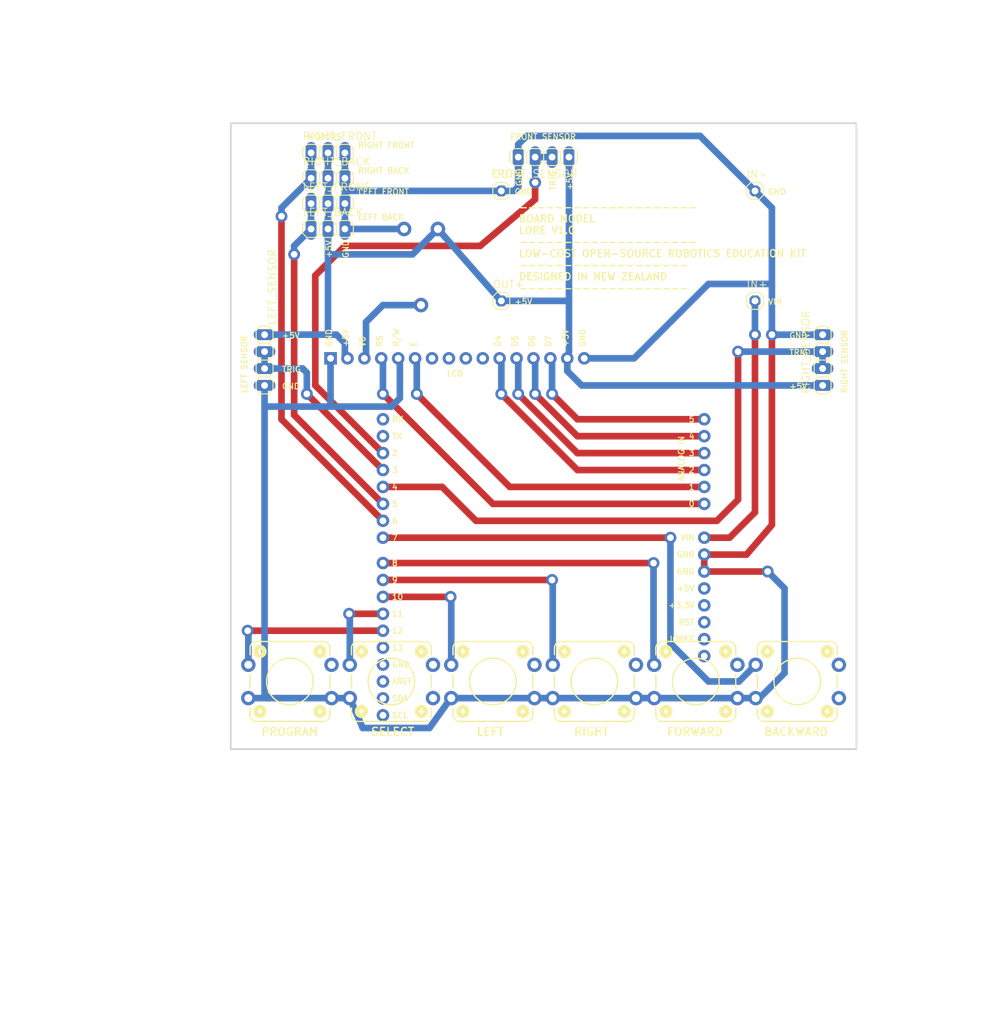
<source format=kicad_pcb>
(kicad_pcb (version 20211014) (generator pcbnew)
  (layers (0 "F.Cu" signal) (31 "B.Cu" signal) (34 "B.Paste" user) (35 "F.Paste" user) (36 "B.SilkS" user "B.Silkscreen") (37 "F.SilkS" user "F.Silkscreen") (38 "B.Mask" user) (39 "F.Mask" user) (44 "Edge.Cuts" user))
  (net 0 "")
  (net 1 "5V")
  (net 2 "PROGRAM")
  (net 3 "SELECT")
  (net 4 "LEFT")
  (net 5 "RIGHT")
  (net 6 "FORWARD")
  (net 7 "BACKWARD")
  (net 8 "VCC")
  (net 9 "RS")
  (net 10 "E")
  (net 11 "D5")
  (net 12 "D4")
  (net 13 "D6")
  (net 14 "D7")
  (net 15 "LEFT_MOTORS")
  (net 16 "LEFT_SENSOR")
  (net 17 "RIGHT_SENSOR")
  (net 18 "FRONT_SENSOR")
  (net 19 "RIGHT_MOTORS")
  (net 20 "N$12")
  (net 21 "GND")
  (net 22 "N$6")
  (footprint "LORE:1X04" (layer "F.Cu") (at 106.5911 93.5736 -90)
    (fp_text reference "LEFT_SENSOR" (at -5.1562 -1.8288 -90) (layer "F.SilkS") (effects (font (size 1.143 1.143) (thickness 0.127)) (justify left bottom)))
    (fp_text value "")
    (pad "1" thru_hole oval (at -3.81 0) (size 3.2512 1.6256) (drill 1.016) (layers *.Cu *.Mask) (net 1 "5V"))
    (pad "2" thru_hole oval (at -1.27 0) (size 3.2512 1.6256) (drill 1.016) (layers *.Cu *.Mask) (net 16 "LEFT_SENSOR"))
    (pad "3" thru_hole oval (at 1.27 0) (size 3.2512 1.6256) (drill 1.016) (layers *.Cu *.Mask) (net 16 "LEFT_SENSOR"))
    (pad "4" thru_hole oval (at 3.81 0) (size 3.2512 1.6256) (drill 1.016) (layers *.Cu *.Mask) (net 21 "GND"))
  )
  (footprint "LORE:UNO_R3_SHIELD" (layer "F.Cu") (at 121.8311 157.0736)
    (fp_text reference "U$1" hide)
    (fp_text value "ARDUINO_R3_SHIELD" hide)
    (fp_text user "9" (at 3.81 -29.972) (layer "F.SilkS") (effects (font (size 0.8636 0.8636) (thickness 0.1524)) (justify left bottom)))
    (fp_text user "SCL" (at 3.81 -9.652) (layer "F.SilkS") (effects (font (size 0.8636 0.8636) (thickness 0.1524)) (justify left bottom)))
    (fp_text user "10" (at 3.81 -27.432) (layer "F.SilkS") (effects (font (size 0.8636 0.8636) (thickness 0.1524)) (justify left bottom)))
    (fp_text user "4" (at 3.81 -43.942) (layer "F.SilkS") (effects (font (size 0.8636 0.8636) (thickness 0.1524)) (justify left bottom)))
    (fp_text user "IOREF" (at 49.4157 -22.098) (layer "F.SilkS") (effects (font (size 0.8636 0.8636) (thickness 0.1524)) (justify right top)))
    (fp_text user "13" (at 3.81 -19.812) (layer "F.SilkS") (effects (font (size 0.8636 0.8636) (thickness 0.1524)) (justify left bottom)))
    (fp_text user "6" (at 3.81 -38.862) (layer "F.SilkS") (effects (font (size 0.8636 0.8636) (thickness 0.1524)) (justify left bottom)))
    (fp_text user "2" (at 3.81 -49.022) (layer "F.SilkS") (effects (font (size 0.8636 0.8636) (thickness 0.1524)) (justify left bottom)))
    (fp_text user "GND" (at 49.4157 -34.798) (layer "F.SilkS") (effects (font (size 0.8636 0.8636) (thickness 0.1524)) (justify right top)))
    (fp_text user "VIN" (at 49.4157 -37.338) (layer "F.SilkS") (effects (font (size 0.8636 0.8636) (thickness 0.1524)) (justify right top)))
    (fp_text user "11" (at 3.81 -24.892) (layer "F.SilkS") (effects (font (size 0.8636 0.8636) (thickness 0.1524)) (justify left bottom)))
    (fp_text user "3" (at 49.4157 -50.038) (layer "F.SilkS") (effects (font (size 0.8636 0.8636) (thickness 0.1524)) (justify right top)))
    (fp_text user "3" (at 3.81 -46.482) (layer "F.SilkS") (effects (font (size 0.8636 0.8636) (thickness 0.1524)) (justify left bottom)))
    (fp_text user "SDA" (at 3.81 -12.192) (layer "F.SilkS") (effects (font (size 0.8636 0.8636) (thickness 0.1524)) (justify left bottom)))
    (fp_text user "0" (at 49.4157 -42.418) (layer "F.SilkS") (effects (font (size 0.8636 0.8636) (thickness 0.1524)) (justify right top)))
    (fp_text user "+3.3V" (at 49.4157 -27.178) (layer "F.SilkS") (effects (font (size 0.8636 0.8636) (thickness 0.1524)) (justify right top)))
    (fp_text user "AREF" (at 3.81 -14.732) (layer "F.SilkS") (effects (font (size 0.8636 0.8636) (thickness 0.1524)) (justify left bottom)))
    (fp_text user "RST" (at 49.4157 -24.638) (layer "F.SilkS") (effects (font (size 0.8636 0.8636) (thickness 0.1524)) (justify right top)))
    (fp_text user "+5V" (at 49.4157 -29.718) (layer "F.SilkS") (effects (font (size 0.8636 0.8636) (thickness 0.1524)) (justify right top)))
    (fp_text user "GND" (at 49.4157 -32.258) (layer "F.SilkS") (effects (font (size 0.8636 0.8636) (thickness 0.1524)) (justify right top)))
    (fp_text user "5" (at 49.4157 -55.118) (layer "F.SilkS") (effects (font (size 0.8636 0.8636) (thickness 0.1524)) (justify right top)))
    (fp_text user "8" (at 3.81 -32.512) (layer "F.SilkS") (effects (font (size 0.8636 0.8636) (thickness 0.1524)) (justify left bottom)))
    (fp_text user "1" (at 49.4157 -44.958) (layer "F.SilkS") (effects (font (size 0.8636 0.8636) (thickness 0.1524)) (justify right top)))
    (fp_text user "2" (at 49.4157 -47.498) (layer "F.SilkS") (effects (font (size 0.8636 0.8636) (thickness 0.1524)) (justify right top)))
    (fp_text user "7" (at 3.81 -36.322) (layer "F.SilkS") (effects (font (size 0.8636 0.8636) (thickness 0.1524)) (justify left bottom)))
    (fp_text user "12" (at 3.81 -22.352) (layer "F.SilkS") (effects (font (size 0.8636 0.8636) (thickness 0.1524)) (justify left bottom)))
    (fp_text user "4" (at 49.4157 -52.578) (layer "F.SilkS") (effects (font (size 0.8636 0.8636) (thickness 0.1524)) (justify right top)))
    (fp_text user "TX" (at 3.81 -51.562) (layer "F.SilkS") (effects (font (size 0.8636 0.8636) (thickness 0.1524)) (justify left bottom)))
    (fp_text user "ANALOG IN" (at 46.8757 -52.197 90) (layer "F.SilkS") (effects (font (size 0.8636 0.8636) (thickness 0.1524)) (justify right top)))
    (fp_text user "RX" (at 3.81 -54.102) (layer "F.SilkS") (effects (font (size 0.8636 0.8636) (thickness 0.1524)) (justify left bottom)))
    (fp_text user "GND" (at 3.81 -17.272) (layer "F.SilkS") (effects (font (size 0.8636 0.8636) (thickness 0.1524)) (justify left bottom)))
    (fp_text user "5" (at 3.81 -41.402) (layer "F.SilkS") (effects (font (size 0.8636 0.8636) (thickness 0.1524)) (justify left bottom)))
    (pad "3.3V" thru_hole circle (at 50.8 -26.67 90) (size 1.8796 1.8796) (drill 1.016) (layers *.Cu *.Mask))
    (pad "5V" thru_hole circle (at 50.8 -29.21 90) (size 1.8796 1.8796) (drill 1.016) (layers *.Cu *.Mask))
    (pad "A0" thru_hole circle (at 50.8 -41.91 90) (size 1.8796 1.8796) (drill 1.016) (layers *.Cu *.Mask) (net 9 "RS"))
    (pad "A1" thru_hole circle (at 50.8 -44.45 90) (size 1.8796 1.8796) (drill 1.016) (layers *.Cu *.Mask) (net 10 "E"))
    (pad "A2" thru_hole circle (at 50.8 -46.99 90) (size 1.8796 1.8796) (drill 1.016) (layers *.Cu *.Mask) (net 12 "D4"))
    (pad "A3" thru_hole circle (at 50.8 -49.53 90) (size 1.8796 1.8796) (drill 1.016) (layers *.Cu *.Mask) (net 11 "D5"))
    (pad "A4" thru_hole circle (at 50.8 -52.07 90) (size 1.8796 1.8796) (drill 1.016) (layers *.Cu *.Mask) (net 13 "D6"))
    (pad "A5" thru_hole circle (at 50.8 -54.61 90) (size 1.8796 1.8796) (drill 1.016) (layers *.Cu *.Mask) (net 14 "D7"))
    (pad "AREF" thru_hole circle (at 2.54 -15.24 90) (size 1.8796 1.8796) (drill 1.016) (layers *.Cu *.Mask))
    (pad "D2" thru_hole circle (at 2.54 -49.53 90) (size 1.8796 1.8796) (drill 1.016) (layers *.Cu *.Mask) (net 18 "FRONT_SENSOR"))
    (pad "D3" thru_hole circle (at 2.54 -46.99 90) (size 1.8796 1.8796) (drill 1.016) (layers *.Cu *.Mask) (net 16 "LEFT_SENSOR"))
    (pad "D4" thru_hole circle (at 2.54 -44.45 90) (size 1.8796 1.8796) (drill 1.016) (layers *.Cu *.Mask) (net 17 "RIGHT_SENSOR"))
    (pad "D5" thru_hole circle (at 2.54 -41.91 90) (size 1.8796 1.8796) (drill 1.016) (layers *.Cu *.Mask) (net 15 "LEFT_MOTORS"))
    (pad "D6" thru_hole circle (at 2.54 -39.37 90) (size 1.8796 1.8796) (drill 1.016) (layers *.Cu *.Mask) (net 19 "RIGHT_MOTORS"))
    (pad "D7" thru_hole circle (at 2.54 -36.83 90) (size 1.8796 1.8796) (drill 1.016) (layers *.Cu *.Mask) (net 7 "BACKWARD"))
    (pad "D8" thru_hole circle (at 2.54 -33.02 90) (size 1.8796 1.8796) (drill 1.016) (layers *.Cu *.Mask) (net 6 "FORWARD"))
    (pad "D9" thru_hole circle (at 2.54 -30.48 90) (size 1.8796 1.8796) (drill 1.016) (layers *.Cu *.Mask) (net 5 "RIGHT"))
    (pad "D10" thru_hole circle (at 2.54 -27.94 90) (size 1.8796 1.8796) (drill 1.016) (layers *.Cu *.Mask) (net 4 "LEFT"))
    (pad "D11" thru_hole circle (at 2.54 -25.4 90) (size 1.8796 1.8796) (drill 1.016) (layers *.Cu *.Mask) (net 3 "SELECT"))
    (pad "D12" thru_hole circle (at 2.54 -22.86 90) (size 1.8796 1.8796) (drill 1.016) (layers *.Cu *.Mask) (net 2 "PROGRAM"))
    (pad "D13" thru_hole circle (at 2.54 -20.32 90) (size 1.8796 1.8796) (drill 1.016) (layers *.Cu *.Mask) (net 20 "N$12"))
    (pad "GND@0" thru_hole circle (at 50.8 -31.75 90) (size 1.8796 1.8796) (drill 1.016) (layers *.Cu *.Mask) (net 21 "GND"))
    (pad "GND@1" thru_hole circle (at 50.8 -34.29 90) (size 1.8796 1.8796) (drill 1.016) (layers *.Cu *.Mask) (net 21 "GND"))
    (pad "GND@2" thru_hole circle (at 2.54 -17.78 90) (size 1.8796 1.8796) (drill 1.016) (layers *.Cu *.Mask))
    (pad "IOREF" thru_hole circle (at 50.8 -21.59 90) (size 1.8796 1.8796) (drill 1.016) (layers *.Cu *.Mask))
    (pad "NC" thru_hole circle (at 50.8 -19.05 90) (size 1.8796 1.8796) (drill 1.016) (layers *.Cu *.Mask))
    (pad "RES" thru_hole circle (at 50.8 -24.13 90) (size 1.8796 1.8796) (drill 1.016) (layers *.Cu *.Mask))
    (pad "RX" thru_hole circle (at 2.54 -54.61 90) (size 1.8796 1.8796) (drill 1.016) (layers *.Cu *.Mask))
    (pad "SCL" thru_hole circle (at 2.54 -10.16 90) (size 1.8796 1.8796) (drill 1.016) (layers *.Cu *.Mask))
    (pad "SDA" thru_hole circle (at 2.54 -12.7 90) (size 1.8796 1.8796) (drill 1.016) (layers *.Cu *.Mask))
    (pad "TX" thru_hole circle (at 2.54 -52.07 90) (size 1.8796 1.8796) (drill 1.016) (layers *.Cu *.Mask))
    (pad "VIN" thru_hole circle (at 50.8 -36.83 90) (size 1.8796 1.8796) (drill 1.016) (layers *.Cu *.Mask) (net 8 "VCC"))
  )
  (footprint "LORE:1X01" (layer "F.Cu") (at 180.2511 68.1736)
    (fp_text reference "IN-" (at -1.3462 -1.8288) (layer "F.SilkS") (effects (font (size 1.143 1.143) (thickness 0.127)) (justify left bottom)))
    (fp_text value "")
    (pad "1" thru_hole roundrect (at 0 0) (size 1.6256 1.6256) (drill 1.016) (layers *.Cu *.Mask) (chamfer_ratio 0.25) (chamfer top_left top_right bottom_left bottom_right) (net 21 "GND"))
  )
  (footprint "LORE:TACTILE-PTH-12MM" (layer "F.Cu") (at 156.1211 141.8336 180)
    (fp_text reference "RIGHT_SW" hide)
    (fp_text value "SWITCH-MOMENTARY-212MM" hide)
    (pad "1" thru_hole circle (at 6.25 2.5 180) (size 2.159 2.159) (drill 1.2) (layers *.Cu *.Mask) (net 5 "RIGHT"))
    (pad "2" thru_hole circle (at -6.25 2.5 180) (size 2.159 2.159) (drill 1.2) (layers *.Cu *.Mask))
    (pad "3" thru_hole circle (at 6.25 -2.5 180) (size 2.159 2.159) (drill 1.2) (layers *.Cu *.Mask) (net 21 "GND"))
    (pad "4" thru_hole circle (at -6.25 -2.5 180) (size 2.159 2.159) (drill 1.2) (layers *.Cu *.Mask))
  )
  (footprint "LORE:LCD-16X2_NOHOLES" (layer "F.Cu") (at 148.5011 108.8136)
    (fp_text reference "U1" hide)
    (fp_text value "LCD-16X2NOHOLES" hide)
    (pad "1" thru_hole rect (at -32 -15.5) (size 1.8796 1.8796) (drill 1.016) (layers *.Cu *.Mask) (net 21 "GND"))
    (pad "2" thru_hole circle (at -29.46 -15.5) (size 1.8796 1.8796) (drill 1.016) (layers *.Cu *.Mask) (net 1 "5V"))
    (pad "3" thru_hole circle (at -26.92 -15.5) (size 1.8796 1.8796) (drill 1.016) (layers *.Cu *.Mask) (net 22 "N$6"))
    (pad "4" thru_hole circle (at -24.38 -15.5) (size 1.8796 1.8796) (drill 1.016) (layers *.Cu *.Mask) (net 9 "RS"))
    (pad "5" thru_hole circle (at -21.84 -15.5) (size 1.8796 1.8796) (drill 1.016) (layers *.Cu *.Mask) (net 21 "GND"))
    (pad "6" thru_hole circle (at -19.3 -15.5) (size 1.8796 1.8796) (drill 1.016) (layers *.Cu *.Mask) (net 10 "E"))
    (pad "7" thru_hole circle (at -16.76 -15.5) (size 1.8796 1.8796) (drill 1.016) (layers *.Cu *.Mask))
    (pad "8" thru_hole circle (at -14.22 -15.5) (size 1.8796 1.8796) (drill 1.016) (layers *.Cu *.Mask))
    (pad "9" thru_hole circle (at -11.68 -15.5) (size 1.8796 1.8796) (drill 1.016) (layers *.Cu *.Mask))
    (pad "10" thru_hole circle (at -9.14 -15.5) (size 1.8796 1.8796) (drill 1.016) (layers *.Cu *.Mask))
    (pad "11" thru_hole circle (at -6.6 -15.5) (size 1.8796 1.8796) (drill 1.016) (layers *.Cu *.Mask) (net 12 "D4"))
    (pad "12" thru_hole circle (at -4.06 -15.5) (size 1.8796 1.8796) (drill 1.016) (layers *.Cu *.Mask) (net 11 "D5"))
    (pad "13" thru_hole circle (at -1.52 -15.5) (size 1.8796 1.8796) (drill 1.016) (layers *.Cu *.Mask) (net 13 "D6"))
    (pad "14" thru_hole circle (at 1.02 -15.5) (size 1.8796 1.8796) (drill 1.016) (layers *.Cu *.Mask) (net 14 "D7"))
    (pad "15" thru_hole circle (at 3.56 -15.5) (size 1.8796 1.8796) (drill 1.016) (layers *.Cu *.Mask) (net 1 "5V"))
    (pad "16" thru_hole circle (at 6.1 -15.5) (size 1.8796 1.8796) (drill 1.016) (layers *.Cu *.Mask) (net 21 "GND"))
  )
  (footprint "LORE:TRIM_POT" (layer "F.Cu") (at 130.0861 73.8886 -90)
    (fp_text reference "RV1" hide)
    (fp_text value "" hide)
    (pad "1" thru_hole circle (at 11.43 0 270) (size 2.1844 2.1844) (drill 1.2) (layers *.Cu *.Mask) (net 22 "N$6"))
    (pad "2" thru_hole circle (at 0 -2.54 270) (size 2.1844 2.1844) (drill 1.2) (layers *.Cu *.Mask) (net 1 "5V"))
    (pad "3" thru_hole circle (at 0 2.54 270) (size 2.1844 2.1844) (drill 1.2) (layers *.Cu *.Mask) (net 21 "GND"))
  )
  (footprint "LORE:1X04" (layer "F.Cu") (at 190.4111 93.5736 90)
    (fp_text reference "RIGHT_SENSOR" (at -5.1562 -1.8288 90) (layer "F.SilkS") (effects (font (size 1.143 1.143) (thickness 0.127)) (justify left bottom)))
    (fp_text value "")
    (pad "1" thru_hole oval (at -3.81 0 180) (size 3.2512 1.6256) (drill 1.016) (layers *.Cu *.Mask) (net 1 "5V"))
    (pad "2" thru_hole oval (at -1.27 0 180) (size 3.2512 1.6256) (drill 1.016) (layers *.Cu *.Mask) (net 17 "RIGHT_SENSOR"))
    (pad "3" thru_hole oval (at 1.27 0 180) (size 3.2512 1.6256) (drill 1.016) (layers *.Cu *.Mask) (net 17 "RIGHT_SENSOR"))
    (pad "4" thru_hole oval (at 3.81 0 180) (size 3.2512 1.6256) (drill 1.016) (layers *.Cu *.Mask) (net 21 "GND"))
  )
  (footprint "LORE:1X03" (layer "F.Cu") (at 116.1161 73.8886)
    (fp_text reference "LEFT_BACK" (at -3.8862 -1.8288) (layer "F.SilkS") (effects (font (size 1.143 1.143) (thickness 0.127)) (justify left bottom)))
    (fp_text value "")
    (pad "1" thru_hole oval (at -2.54 0 90) (size 3.2512 1.6256) (drill 1.016) (layers *.Cu *.Mask) (net 15 "LEFT_MOTORS"))
    (pad "2" thru_hole oval (at 0 0 90) (size 3.2512 1.6256) (drill 1.016) (layers *.Cu *.Mask) (net 1 "5V"))
    (pad "3" thru_hole oval (at 2.54 0 90) (size 3.2512 1.6256) (drill 1.016) (layers *.Cu *.Mask) (net 21 "GND"))
  )
  (footprint "LORE:1X03" (layer "F.Cu") (at 116.1161 66.2686)
    (fp_text reference "RIGHT_BACK" (at -3.8862 -1.8288) (layer "F.SilkS") (effects (font (size 1.143 1.143) (thickness 0.127)) (justify left bottom)))
    (fp_text value "")
    (pad "1" thru_hole oval (at -2.54 0 90) (size 3.2512 1.6256) (drill 1.016) (layers *.Cu *.Mask) (net 19 "RIGHT_MOTORS"))
    (pad "2" thru_hole oval (at 0 0 90) (size 3.2512 1.6256) (drill 1.016) (layers *.Cu *.Mask) (net 1 "5V"))
    (pad "3" thru_hole oval (at 2.54 0 90) (size 3.2512 1.6256) (drill 1.016) (layers *.Cu *.Mask) (net 21 "GND"))
  )
  (footprint "LORE:1X01" (layer "F.Cu") (at 142.1511 84.6836)
    (fp_text reference "OUT+" (at -1.3462 -1.8288) (layer "F.SilkS") (effects (font (size 1.143 1.143) (thickness 0.127)) (justify left bottom)))
    (fp_text value "")
    (pad "1" thru_hole roundrect (at 0 0) (size 1.6256 1.6256) (drill 1.016) (layers *.Cu *.Mask) (chamfer_ratio 0.25) (chamfer top_left top_right bottom_left bottom_right) (net 1 "5V"))
  )
  (footprint "LORE:1X01" (layer "F.Cu") (at 180.2511 84.6836)
    (fp_text reference "IN+" (at -1.3462 -1.8288) (layer "F.SilkS") (effects (font (size 1.143 1.143) (thickness 0.127)) (justify left bottom)))
    (fp_text value "")
    (pad "1" thru_hole roundrect (at 0 0) (size 1.6256 1.6256) (drill 1.016) (layers *.Cu *.Mask) (chamfer_ratio 0.25) (chamfer top_left top_right bottom_left bottom_right) (net 8 "VCC"))
  )
  (footprint "LORE:TACTILE-PTH-12MM" (layer "F.Cu") (at 140.8811 141.8336 180)
    (fp_text reference "LEFT_SW" hide)
    (fp_text value "SWITCH-MOMENTARY-212MM" hide)
    (pad "1" thru_hole circle (at 6.25 2.5 180) (size 2.159 2.159) (drill 1.2) (layers *.Cu *.Mask) (net 4 "LEFT"))
    (pad "2" thru_hole circle (at -6.25 2.5 180) (size 2.159 2.159) (drill 1.2) (layers *.Cu *.Mask))
    (pad "3" thru_hole circle (at 6.25 -2.5 180) (size 2.159 2.159) (drill 1.2) (layers *.Cu *.Mask) (net 21 "GND"))
    (pad "4" thru_hole circle (at -6.25 -2.5 180) (size 2.159 2.159) (drill 1.2) (layers *.Cu *.Mask))
  )
  (footprint "LORE:TACTILE-PTH-12MM" (layer "F.Cu") (at 171.3611 141.8336 180)
    (fp_text reference "FORWARD_SW" hide)
    (fp_text value "SWITCH-MOMENTARY-212MM" hide)
    (pad "1" thru_hole circle (at 6.25 2.5 180) (size 2.159 2.159) (drill 1.2) (layers *.Cu *.Mask) (net 6 "FORWARD"))
    (pad "2" thru_hole circle (at -6.25 2.5 180) (size 2.159 2.159) (drill 1.2) (layers *.Cu *.Mask))
    (pad "3" thru_hole circle (at 6.25 -2.5 180) (size 2.159 2.159) (drill 1.2) (layers *.Cu *.Mask) (net 21 "GND"))
    (pad "4" thru_hole circle (at -6.25 -2.5 180) (size 2.159 2.159) (drill 1.2) (layers *.Cu *.Mask))
  )
  (footprint "LORE:1X01" (layer "F.Cu") (at 142.1511 68.1736)
    (fp_text reference "OUT-" (at -1.3462 -1.8288) (layer "F.SilkS") (effects (font (size 1.143 1.143) (thickness 0.127)) (justify left bottom)))
    (fp_text value "")
    (pad "1" thru_hole roundrect (at 0 0) (size 1.6256 1.6256) (drill 1.016) (layers *.Cu *.Mask) (chamfer_ratio 0.25) (chamfer top_left top_right bottom_left bottom_right) (net 21 "GND"))
  )
  (footprint "LORE:TACTILE-PTH-12MM" (layer "F.Cu") (at 186.6011 141.8336 180)
    (fp_text reference "BACKWARD_SW" hide)
    (fp_text value "SWITCH-MOMENTARY-212MM" hide)
    (pad "1" thru_hole circle (at 6.25 2.5 180) (size 2.159 2.159) (drill 1.2) (layers *.Cu *.Mask) (net 7 "BACKWARD"))
    (pad "2" thru_hole circle (at -6.25 2.5 180) (size 2.159 2.159) (drill 1.2) (layers *.Cu *.Mask))
    (pad "3" thru_hole circle (at 6.25 -2.5 180) (size 2.159 2.159) (drill 1.2) (layers *.Cu *.Mask) (net 21 "GND"))
    (pad "4" thru_hole circle (at -6.25 -2.5 180) (size 2.159 2.159) (drill 1.2) (layers *.Cu *.Mask))
  )
  (footprint "LORE:1X04" (layer "F.Cu") (at 148.5011 63.0936 180)
    (fp_text reference "FRONT_SENSOR" (at -5.1562 -1.8288 180) (layer "F.SilkS") (effects (font (size 1.143 1.143) (thickness 0.127)) (justify right top)))
    (fp_text value "")
    (pad "1" thru_hole oval (at -3.81 0 270) (size 3.2512 1.6256) (drill 1.016) (layers *.Cu *.Mask) (net 1 "5V"))
    (pad "2" thru_hole oval (at -1.27 0 270) (size 3.2512 1.6256) (drill 1.016) (layers *.Cu *.Mask) (net 18 "FRONT_SENSOR"))
    (pad "3" thru_hole oval (at 1.27 0 270) (size 3.2512 1.6256) (drill 1.016) (layers *.Cu *.Mask) (net 18 "FRONT_SENSOR"))
    (pad "4" thru_hole oval (at 3.81 0 270) (size 3.2512 1.6256) (drill 1.016) (layers *.Cu *.Mask) (net 21 "GND"))
  )
  (footprint "LORE:TACTILE-PTH-12MM" (layer "F.Cu") (at 110.4011 141.8336 180)
    (fp_text reference "PROGRAM_SW" hide)
    (fp_text value "SWITCH-MOMENTARY-212MM" hide)
    (pad "1" thru_hole circle (at 6.25 2.5 180) (size 2.159 2.159) (drill 1.2) (layers *.Cu *.Mask) (net 2 "PROGRAM"))
    (pad "2" thru_hole circle (at -6.25 2.5 180) (size 2.159 2.159) (drill 1.2) (layers *.Cu *.Mask))
    (pad "3" thru_hole circle (at 6.25 -2.5 180) (size 2.159 2.159) (drill 1.2) (layers *.Cu *.Mask) (net 21 "GND"))
    (pad "4" thru_hole circle (at -6.25 -2.5 180) (size 2.159 2.159) (drill 1.2) (layers *.Cu *.Mask))
  )
  (footprint "LORE:1X03" (layer "F.Cu") (at 116.1161 70.0786)
    (fp_text reference "LEFT_FRONT" (at -3.8862 -1.8288) (layer "F.SilkS") (effects (font (size 1.143 1.143) (thickness 0.127)) (justify left bottom)))
    (fp_text value "")
    (pad "1" thru_hole oval (at -2.54 0 90) (size 3.2512 1.6256) (drill 1.016) (layers *.Cu *.Mask) (net 15 "LEFT_MOTORS"))
    (pad "2" thru_hole oval (at 0 0 90) (size 3.2512 1.6256) (drill 1.016) (layers *.Cu *.Mask) (net 1 "5V"))
    (pad "3" thru_hole oval (at 2.54 0 90) (size 3.2512 1.6256) (drill 1.016) (layers *.Cu *.Mask) (net 21 "GND"))
  )
  (footprint "LORE:1X03" (layer "F.Cu") (at 116.1161 62.4586)
    (fp_text reference "RIGHT_FRONT" (at -3.8862 -1.8288) (layer "F.SilkS") (effects (font (size 1.143 1.143) (thickness 0.127)) (justify left bottom)))
    (fp_text value "")
    (pad "1" thru_hole oval (at -2.54 0 90) (size 3.2512 1.6256) (drill 1.016) (layers *.Cu *.Mask) (net 19 "RIGHT_MOTORS"))
    (pad "2" thru_hole oval (at 0 0 90) (size 3.2512 1.6256) (drill 1.016) (layers *.Cu *.Mask) (net 1 "5V"))
    (pad "3" thru_hole oval (at 2.54 0 90) (size 3.2512 1.6256) (drill 1.016) (layers *.Cu *.Mask) (net 21 "GND"))
  )
  (footprint "LORE:TACTILE-PTH-12MM" (layer "F.Cu") (at 125.6411 141.8336 180)
    (fp_text reference "SELECT_SW" hide)
    (fp_text value "SWITCH-MOMENTARY-212MM" hide)
    (pad "1" thru_hole circle (at 6.25 2.5 180) (size 2.159 2.159) (drill 1.2) (layers *.Cu *.Mask) (net 3 "SELECT"))
    (pad "2" thru_hole circle (at -6.25 2.5 180) (size 2.159 2.159) (drill 1.2) (layers *.Cu *.Mask))
    (pad "3" thru_hole circle (at 6.25 -2.5 180) (size 2.159 2.159) (drill 1.2) (layers *.Cu *.Mask) (net 21 "GND"))
    (pad "4" thru_hole circle (at -6.25 -2.5 180) (size 2.159 2.159) (drill 1.2) (layers *.Cu *.Mask))
  )
  (gr_line (start 101.5111 151.9936) (end 101.5111 58.0136) (layer "Edge.Cuts") (width 0.254))
  (gr_line (start 195.4911 58.0136) (end 195.4911 151.9936) (layer "Edge.Cuts") (width 0.254))
  (gr_line (start 101.5111 58.0136) (end 195.4911 58.0136) (layer "Edge.Cuts") (width 0.254))
  (gr_line (start 195.4911 151.9936) (end 101.5111 151.9936) (layer "Edge.Cuts") (width 0.254))
  (gr_text "GND" (at 185.3311 90.3986) (layer "F.SilkS") (effects (font (size 0.8636 0.8636) (thickness 0.1524)) (justify left bottom)))
  (gr_text "VIN" (at 182.1561 85.3186) (layer "F.SilkS") (effects (font (size 0.8636 0.8636) (thickness 0.1524)) (justify left bottom)))
  (gr_text "FORWARD" (at 166.9161 150.0886) (layer "F.SilkS") (effects (font (size 1.20904 1.20904) (thickness 0.21336)) (justify left bottom)))
  (gr_text "+5V" (at 116.7511 78.3336 90) (layer "F.SilkS") (effects (font (size 0.8636 0.8636) (thickness 0.1524)) (justify left bottom)))
  (gr_text "LEFT BACK" (at 120.5611 72.6186) (layer "F.SilkS") (effects (font (size 0.8636 0.8636) (thickness 0.1524)) (justify left bottom)))
  (gr_text "BACKWARD" (at 181.5211 150.0886) (layer "F.SilkS") (effects (font (size 1.20904 1.20904) (thickness 0.21336)) (justify left bottom)))
  (gr_text "R/W" (at 126.9111 91.6686 90) (layer "F.SilkS") (effects (font (size 0.8636 0.8636) (thickness 0.1524)) (justify left bottom)))
  (gr_text "D5" (at 144.6911 91.6686 90) (layer "F.SilkS") (effects (font (size 0.8636 0.8636) (thickness 0.1524)) (justify left bottom)))
  (gr_text "+5V" (at 185.3311 98.0186) (layer "F.SilkS") (effects (font (size 0.8636 0.8636) (thickness 0.1524)) (justify left bottom)))
  (gr_text "TRIG" (at 185.3311 92.9386) (layer "F.SilkS") (effects (font (size 0.8636 0.8636) (thickness 0.1524)) (justify left bottom)))
  (gr_text "D6" (at 147.2311 91.6686 90) (layer "F.SilkS") (effects (font (size 0.8636 0.8636) (thickness 0.1524)) (justify left bottom)))
  (gr_text "+5V" (at 144.0561 85.3186) (layer "F.SilkS") (effects (font (size 0.8636 0.8636) (thickness 0.1524)) (justify left bottom)))
  (gr_text "E" (at 129.4511 91.6686 90) (layer "F.SilkS") (effects (font (size 0.8636 0.8636) (thickness 0.1524)) (justify left bottom)))
  (gr_text "FRONT SENSOR" (at 143.4211 60.5536) (layer "F.SilkS") (effects (font (size 0.8636 0.8636) (thickness 0.1524)) (justify left bottom)))
  (gr_text "+5V" (at 152.9461 68.1736 90) (layer "F.SilkS") (effects (font (size 0.8636 0.8636) (thickness 0.1524)) (justify left bottom)))
  (gr_text "LEFT SENSOR" (at 104.0511 98.6536 90) (layer "F.SilkS") (effects (font (size 0.8636 0.8636) (thickness 0.1524)) (justify left bottom)))
  (gr_text "+5V" (at 119.2911 91.6686 90) (layer "F.SilkS") (effects (font (size 0.8636 0.8636) (thickness 0.1524)) (justify left bottom)))
  (gr_text "RIGHT FRONT" (at 120.5611 61.8236) (layer "F.SilkS") (effects (font (size 0.8636 0.8636) (thickness 0.1524)) (justify left bottom)))
  (gr_text "--------------------\nBOARD MODEL\nLORE V1.0\n--------------------\nLOW-COST OPEN-SOURCE ROBOTICS EDUCATION KIT\n-------------------\nDESIGNED IN NEW ZEALAND\n-------------------" (at 144.6911 83.4136) (layer "F.SilkS") (effects (font (size 1.0795 1.0795) (thickness 0.1905)) (justify left bottom)))
  (gr_text "RIGHT SENSOR" (at 194.2211 98.6536 90) (layer "F.SilkS") (effects (font (size 0.8636 0.8636) (thickness 0.1524)) (justify left bottom)))
  (gr_text "RIGHT" (at 152.9461 150.0886) (layer "F.SilkS") (effects (font (size 1.20904 1.20904) (thickness 0.21336)) (justify left bottom)))
  (gr_text "LEFT FRONT" (at 120.5611 68.8086) (layer "F.SilkS") (effects (font (size 0.8636 0.8636) (thickness 0.1524)) (justify left bottom)))
  (gr_text "RS" (at 124.3711 91.6686 90) (layer "F.SilkS") (effects (font (size 0.8636 0.8636) (thickness 0.1524)) (justify left bottom)))
  (gr_text "GND" (at 116.7511 91.6686 90) (layer "F.SilkS") (effects (font (size 0.8636 0.8636) (thickness 0.1524)) (justify left bottom)))
  (gr_text "GND" (at 119.2911 78.3336 90) (layer "F.SilkS") (effects (font (size 0.8636 0.8636) (thickness 0.1524)) (justify left bottom)))
  (gr_text "LEFT" (at 138.3411 150.0886) (layer "F.SilkS") (effects (font (size 1.20904 1.20904) (thickness 0.21336)) (justify left bottom)))
  (gr_text "V0" (at 121.8311 91.6686 90) (layer "F.SilkS") (effects (font (size 0.8636 0.8636) (thickness 0.1524)) (justify left bottom)))
  (gr_text "GND" (at 154.8511 91.6686 90) (layer "F.SilkS") (effects (font (size 0.8636 0.8636) (thickness 0.1524)) (justify left bottom)))
  (gr_text "+5V" (at 109.1311 90.3986) (layer "F.SilkS") (effects (font (size 0.8636 0.8636) (thickness 0.1524)) (justify left bottom)))
  (gr_text "+5V" (at 152.3111 91.6686 90) (layer "F.SilkS") (effects (font (size 0.8636 0.8636) (thickness 0.1524)) (justify left bottom)))
  (gr_text "TRIG" (at 150.4061 68.1736 90) (layer "F.SilkS") (effects (font (size 0.8636 0.8636) (thickness 0.1524)) (justify left bottom)))
  (gr_text "GND" (at 109.1311 98.0186) (layer "F.SilkS") (effects (font (size 0.8636 0.8636) (thickness 0.1524)) (justify left bottom)))
  (gr_text "GND" (at 145.3261 67.5386 90) (layer "F.SilkS") (effects (font (size 0.8636 0.8636) (thickness 0.1524)) (justify left bottom)))
  (gr_text "RIGHT BACK" (at 120.5611 65.6336) (layer "F.SilkS") (effects (font (size 0.8636 0.8636) (thickness 0.1524)) (justify left bottom)))
  (gr_text "D7" (at 149.7711 91.6686 90) (layer "F.SilkS") (effects (font (size 0.8636 0.8636) (thickness 0.1524)) (justify left bottom)))
  (gr_text "D4" (at 142.1511 91.6686 90) (layer "F.SilkS") (effects (font (size 0.8636 0.8636) (thickness 0.1524)) (justify left bottom)))
  (gr_text "MOTORS" (at 112.9411 60.5536) (layer "F.SilkS") (effects (font (size 0.8636 0.8636) (thickness 0.1524)) (justify left bottom)))
  (gr_text "GND" (at 144.0561 68.8086) (layer "F.SilkS") (effects (font (size 0.8636 0.8636) (thickness 0.1524)) (justify left bottom)))
  (gr_text "TRIG" (at 109.1311 95.4786) (layer "F.SilkS") (effects (font (size 0.8636 0.8636) (thickness 0.1524)) (justify left bottom)))
  (gr_text "LCD" (at 133.8961 96.1136) (layer "F.SilkS") (effects (font (size 0.8636 0.8636) (thickness 0.1524)) (justify left bottom)))
  (gr_text "PROGRAM" (at 105.9561 150.0886) (layer "F.SilkS") (effects (font (size 1.20904 1.20904) (thickness 0.21336)) (justify left bottom)))
  (gr_text "SELECT" (at 122.4661 150.0886) (layer "F.SilkS") (effects (font (size 1.20904 1.20904) (thickness 0.21336)) (justify left bottom)))
  (gr_text "GND" (at 182.1561 68.8086) (layer "F.SilkS") (effects (font (size 0.8636 0.8636) (thickness 0.1524)) (justify left bottom)))
  (segment (start 128.8161 77.6986) (end 116.1161 77.6986) (width 1) (layer "B.Cu") (net 1))
  (segment (start 142.1511 84.6836) (end 152.3111 84.6836) (width 1) (layer "B.Cu") (net 1))
  (segment (start 107.2161 89.7536) (end 106.5911 89.7636) (width 1) (layer "B.Cu") (net 1))
  (segment (start 152.3111 92.3036) (end 152.3111 84.6836) (width 1) (layer "B.Cu") (net 1))
  (segment (start 116.1161 70.0786) (end 116.1161 73.8886) (width 1) (layer "B.Cu") (net 1))
  (segment (start 116.1161 73.8886) (end 116.1161 77.6986) (width 1) (layer "B.Cu") (net 1))
  (segment (start 142.1511 84.6836) (end 141.5161 84.0486) (width 1) (layer "B.Cu") (net 1))
  (segment (start 128.8161 77.6986) (end 132.6261 73.8886) (width 1) (layer "B.Cu") (net 1))
  (segment (start 152.0611 93.3136) (end 152.0611 95.2186) (width 1) (layer "B.Cu") (net 1))
  (segment (start 116.1161 66.2686) (end 116.1161 70.0786) (width 1) (layer "B.Cu") (net 1))
  (segment (start 152.0611 93.1886) (end 152.3111 92.3036) (width 1) (layer "B.Cu") (net 1))
  (segment (start 152.3111 84.6836) (end 152.3111 63.0936) (width 1) (layer "B.Cu") (net 1))
  (segment (start 141.5161 84.0486) (end 132.6261 73.8886) (width 1) (layer "B.Cu") (net 1))
  (segment (start 152.0611 93.3136) (end 152.0611 93.1886) (width 1) (layer "B.Cu") (net 1))
  (segment (start 117.3761 89.7536) (end 118.6561 91.0336) (width 1) (layer "B.Cu") (net 1))
  (segment (start 118.6561 92.9286) (end 119.0411 93.3136) (width 1) (layer "B.Cu") (net 1))
  (segment (start 116.1161 62.4586) (end 116.1161 66.2686) (width 1) (layer "B.Cu") (net 1))
  (segment (start 152.0611 95.2186) (end 154.2261 97.3836) (width 1) (layer "B.Cu") (net 1))
  (segment (start 190.4111 97.3836) (end 154.2261 97.3836) (width 1) (layer "B.Cu") (net 1))
  (segment (start 118.6561 91.0336) (end 118.6561 92.9286) (width 1) (layer "B.Cu") (net 1))
  (segment (start 116.1161 77.6986) (end 116.1161 89.7536) (width 1) (layer "B.Cu") (net 1))
  (segment (start 116.1161 89.7536) (end 117.3761 89.7536) (width 1) (layer "B.Cu") (net 1))
  (segment (start 116.1161 89.7536) (end 107.2161 89.7536) (width 1) (layer "B.Cu") (net 1))
  (segment (start 124.3711 134.2136) (end 104.0511 134.2136) (width 1) (layer "F.Cu") (net 2))
  (via (at 104.0511 134.2136) (size 1.778) (drill 1) (layers "F.Cu" "B.Cu") (net 2))
  (segment (start 104.0511 134.2136) (end 104.1511 134.2136) (width 1) (layer "B.Cu") (net 2))
  (segment (start 104.1511 134.2136) (end 104.1511 139.3336) (width 1) (layer "B.Cu") (net 2))
  (segment (start 124.3711 131.6736) (end 119.2911 131.6736) (width 1) (layer "F.Cu") (net 3))
  (via (at 119.2911 131.6736) (size 1.778) (drill 1) (layers "F.Cu" "B.Cu") (net 3))
  (segment (start 119.2911 131.6736) (end 119.3911 131.6736) (width 1) (layer "B.Cu") (net 3))
  (segment (start 119.3911 131.6736) (end 119.3911 139.3336) (width 1) (layer "B.Cu") (net 3))
  (segment (start 124.3711 129.1336) (end 134.5311 129.1336) (width 1) (layer "F.Cu") (net 4))
  (via (at 134.5311 129.1336) (size 1.778) (drill 1) (layers "F.Cu" "B.Cu") (net 4))
  (segment (start 134.5311 129.1336) (end 134.6311 129.1336) (width 1) (layer "B.Cu") (net 4))
  (segment (start 134.6311 129.1336) (end 134.6311 139.3336) (width 1) (layer "B.Cu") (net 4))
  (segment (start 124.3711 126.5936) (end 149.7711 126.5936) (width 1) (layer "F.Cu") (net 5))
  (via (at 149.7711 126.5936) (size 1.778) (drill 1) (layers "F.Cu" "B.Cu") (net 5))
  (segment (start 149.8711 126.5936) (end 149.8711 139.3336) (width 1) (layer "B.Cu") (net 5))
  (segment (start 149.7711 126.5936) (end 149.8711 126.5936) (width 1) (layer "B.Cu") (net 5))
  (segment (start 124.3711 124.0536) (end 165.0111 124.0536) (width 1) (layer "F.Cu") (net 6))
  (via (at 165.0111 124.0536) (size 1.778) (drill 1) (layers "F.Cu" "B.Cu") (net 6))
  (segment (start 165.0111 124.0536) (end 165.0111 139.2336) (width 1) (layer "B.Cu") (net 6))
  (segment (start 165.0111 139.2336) (end 165.1111 139.3336) (width 1) (layer "B.Cu") (net 6))
  (segment (start 124.3711 120.2436) (end 167.5511 120.2436) (width 1) (layer "F.Cu") (net 7))
  (via (at 167.5511 120.2436) (size 1.778) (drill 1) (layers "F.Cu" "B.Cu") (net 7))
  (segment (start 173.2661 141.8336) (end 177.8511 141.8336) (width 1) (layer "B.Cu") (net 7))
  (segment (start 167.5511 136.1186) (end 173.2661 141.8336) (width 1) (layer "B.Cu") (net 7))
  (segment (start 167.5511 120.2436) (end 167.5511 136.1186) (width 1) (layer "B.Cu") (net 7))
  (segment (start 177.8511 141.8336) (end 180.3511 139.3336) (width 1) (layer "B.Cu") (net 7))
  (segment (start 172.6311 120.2436) (end 176.4411 120.2436) (width 1) (layer "F.Cu") (net 8))
  (segment (start 180.2511 116.4336) (end 176.4411 120.2436) (width 1) (layer "F.Cu") (net 8))
  (segment (start 180.2511 89.7636) (end 180.2511 116.4336) (width 1) (layer "F.Cu") (net 8))
  (via (at 180.2511 89.7636) (size 1.778) (drill 1) (layers "F.Cu" "B.Cu") (net 8))
  (segment (start 180.2511 89.7636) (end 180.2511 84.6836) (width 1) (layer "B.Cu") (net 8))
  (segment (start 172.6311 115.1636) (end 140.8811 115.1636) (width 1) (layer "F.Cu") (net 9))
  (segment (start 140.8811 115.1636) (end 124.3711 98.6536) (width 1) (layer "F.Cu") (net 9))
  (via (at 124.3711 98.6536) (size 1.778) (drill 1) (layers "F.Cu" "B.Cu") (net 9))
  (segment (start 124.3711 93.5636) (end 124.1211 93.3136) (width 1) (layer "B.Cu") (net 9))
  (segment (start 124.3711 98.6536) (end 124.3711 93.5636) (width 1) (layer "B.Cu") (net 9))
  (segment (start 143.4211 112.6236) (end 129.4511 98.6536) (width 1) (layer "F.Cu") (net 10))
  (segment (start 172.6311 112.6236) (end 143.4211 112.6236) (width 1) (layer "F.Cu") (net 10))
  (via (at 129.4511 98.6536) (size 1.778) (drill 1) (layers "F.Cu" "B.Cu") (net 10))
  (segment (start 129.4511 98.6536) (end 129.4511 93.5636) (width 1) (layer "B.Cu") (net 10))
  (segment (start 129.4511 93.5636) (end 129.2011 93.3136) (width 1) (layer "B.Cu") (net 10))
  (segment (start 172.6311 107.5436) (end 153.5811 107.5436) (width 1) (layer "F.Cu") (net 11))
  (segment (start 153.5811 107.5436) (end 144.6911 98.6536) (width 1) (layer "F.Cu") (net 11))
  (via (at 144.6911 98.6536) (size 1.778) (drill 1) (layers "F.Cu" "B.Cu") (net 11))
  (segment (start 144.6911 93.5636) (end 144.4411 93.3136) (width 1) (layer "B.Cu") (net 11))
  (segment (start 144.6911 98.6536) (end 144.6911 93.5636) (width 1) (layer "B.Cu") (net 11))
  (segment (start 172.6311 110.0836) (end 153.5811 110.0836) (width 1) (layer "F.Cu") (net 12))
  (segment (start 153.5811 110.0836) (end 142.1511 98.6536) (width 1) (layer "F.Cu") (net 12))
  (via (at 142.1511 98.6536) (size 1.778) (drill 1) (layers "F.Cu" "B.Cu") (net 12))
  (segment (start 142.1511 93.5636) (end 141.9011 93.3136) (width 1) (layer "B.Cu") (net 12))
  (segment (start 142.1511 98.6536) (end 142.1511 93.5636) (width 1) (layer "B.Cu") (net 12))
  (segment (start 153.5811 105.0036) (end 147.2311 98.6536) (width 1) (layer "F.Cu") (net 13))
  (segment (start 172.6311 105.0036) (end 153.5811 105.0036) (width 1) (layer "F.Cu") (net 13))
  (via (at 147.2311 98.6536) (size 1.778) (drill 1) (layers "F.Cu" "B.Cu") (net 13))
  (segment (start 147.2311 93.5636) (end 146.9811 93.3136) (width 1) (layer "B.Cu") (net 13))
  (segment (start 147.2311 98.6536) (end 147.2311 93.5636) (width 1) (layer "B.Cu") (net 13))
  (segment (start 153.5811 102.4636) (end 149.7711 98.6536) (width 1) (layer "F.Cu") (net 14))
  (segment (start 172.6311 102.4636) (end 153.5811 102.4636) (width 1) (layer "F.Cu") (net 14))
  (via (at 149.7711 98.6536) (size 1.778) (drill 1) (layers "F.Cu" "B.Cu") (net 14))
  (segment (start 149.7711 98.6536) (end 149.7711 93.5636) (width 1) (layer "B.Cu") (net 14))
  (segment (start 149.7711 93.5636) (end 149.5211 93.3136) (width 1) (layer "B.Cu") (net 14))
  (segment (start 124.3711 115.1636) (end 111.0361 101.8286) (width 1) (layer "F.Cu") (net 15))
  (segment (start 111.0361 101.8286) (end 111.0361 77.6986) (width 1) (layer "F.Cu") (net 15))
  (via (at 111.0361 77.6986) (size 1.778) (drill 1) (layers "F.Cu" "B.Cu") (net 15))
  (segment (start 111.0361 76.4286) (end 113.5761 73.8886) (width 1) (layer "B.Cu") (net 15))
  (segment (start 113.5761 70.0786) (end 113.5761 73.8886) (width 1) (layer "B.Cu") (net 15))
  (segment (start 111.0361 77.6986) (end 111.0361 76.4286) (width 1) (layer "B.Cu") (net 15))
  (segment (start 124.3711 110.0836) (end 112.9411 98.6536) (width 1) (layer "F.Cu") (net 16))
  (via (at 112.9411 98.6536) (size 1.778) (drill 1) (layers "F.Cu" "B.Cu") (net 16))
  (segment (start 106.5911 92.3036) (end 106.5911 94.8436) (width 1) (layer "B.Cu") (net 16))
  (segment (start 106.5911 94.8436) (end 112.3061 94.8436) (width 1) (layer "B.Cu") (net 16))
  (segment (start 112.9411 98.6536) (end 112.9411 95.4786) (width 1) (layer "B.Cu") (net 16))
  (segment (start 112.3061 94.8436) (end 112.9411 95.4786) (width 1) (layer "B.Cu") (net 16))
  (segment (start 138.3411 117.7036) (end 174.5361 117.7036) (width 1) (layer "F.Cu") (net 17))
  (segment (start 177.7111 114.5286) (end 174.5361 117.7036) (width 1) (layer "F.Cu") (net 17))
  (segment (start 124.3711 112.6236) (end 133.2611 112.6236) (width 1) (layer "F.Cu") (net 17))
  (segment (start 177.7111 92.3036) (end 177.7111 114.5286) (width 1) (layer "F.Cu") (net 17))
  (segment (start 133.2611 112.6236) (end 138.3411 117.7036) (width 1) (layer "F.Cu") (net 17))
  (via (at 177.7111 92.3036) (size 1.778) (drill 1) (layers "F.Cu" "B.Cu") (net 17))
  (segment (start 177.7111 92.3036) (end 190.4111 92.3036) (width 1) (layer "B.Cu") (net 17))
  (segment (start 190.4111 92.3036) (end 190.4111 94.8436) (width 1) (layer "B.Cu") (net 17))
  (segment (start 114.2111 97.3836) (end 114.2111 80.8736) (width 1) (layer "F.Cu") (net 18))
  (segment (start 114.2111 80.8736) (end 118.6561 76.4286) (width 1) (layer "F.Cu") (net 18))
  (segment (start 118.6561 76.4286) (end 138.9761 76.4286) (width 1) (layer "F.Cu") (net 18))
  (segment (start 147.2311 69.4436) (end 147.2311 66.9036) (width 1) (layer "F.Cu") (net 18))
  (segment (start 138.9761 76.4286) (end 147.2311 69.4436) (width 1) (layer "F.Cu") (net 18))
  (segment (start 124.3711 107.5436) (end 114.2111 97.3836) (width 1) (layer "F.Cu") (net 18))
  (via (at 147.2311 66.9036) (size 1.778) (drill 1) (layers "F.Cu" "B.Cu") (net 18))
  (segment (start 149.7711 63.0936) (end 147.2311 63.0936) (width 1) (layer "B.Cu") (net 18))
  (segment (start 147.2311 66.9036) (end 147.2311 63.0936) (width 1) (layer "B.Cu") (net 18))
  (segment (start 124.3711 117.7036) (end 109.1311 102.4636) (width 1) (layer "F.Cu") (net 19))
  (segment (start 109.1311 102.4636) (end 109.1311 71.9836) (width 1) (layer "F.Cu") (net 19))
  (via (at 109.1311 71.9836) (size 1.778) (drill 1) (layers "F.Cu" "B.Cu") (net 19))
  (segment (start 113.5761 66.2686) (end 109.1311 70.7136) (width 1) (layer "B.Cu") (net 19))
  (segment (start 113.5761 62.4586) (end 113.5761 66.2686) (width 1) (layer "B.Cu") (net 19))
  (segment (start 109.1311 71.9836) (end 109.1311 70.7136) (width 1) (layer "B.Cu") (net 19))
  (segment (start 172.6311 122.7836) (end 172.6311 125.3236) (width 1) (layer "F.Cu") (net 21))
  (segment (start 172.6311 122.7836) (end 178.9811 122.7836) (width 1) (layer "F.Cu") (net 21))
  (segment (start 172.6311 125.3236) (end 182.1561 125.3236) (width 1) (layer "F.Cu") (net 21))
  (segment (start 182.7911 118.3386) (end 178.9811 122.7836) (width 1) (layer "F.Cu") (net 21))
  (segment (start 182.7911 89.7636) (end 182.7911 118.3386) (width 1) (layer "F.Cu") (net 21))
  (via (at 182.1561 125.3236) (size 1.778) (drill 1) (layers "F.Cu" "B.Cu") (net 21))
  (via (at 182.7911 89.7636) (size 1.778) (drill 1) (layers "F.Cu" "B.Cu") (net 21))
  (segment (start 119.3911 144.3336) (end 107.2261 144.3336) (width 1) (layer "B.Cu") (net 21))
  (segment (start 184.6961 140.5636) (end 184.6961 127.8636) (width 1) (layer "B.Cu") (net 21))
  (segment (start 149.8711 144.3336) (end 134.6311 144.3336) (width 1) (layer "B.Cu") (net 21))
  (segment (start 106.5911 143.6986) (end 107.2261 144.3336) (width 1) (layer "B.Cu") (net 21))
  (segment (start 134.6311 144.3336) (end 134.5711 144.3336) (width 1) (layer "B.Cu") (net 21))
  (segment (start 127.5461 73.8886) (end 118.6561 73.8886) (width 1) (layer "B.Cu") (net 21))
  (segment (start 182.7911 89.7636) (end 182.7911 82.1436) (width 1) (layer "B.Cu") (net 21))
  (segment (start 144.0561 68.1736) (end 144.6911 67.5386) (width 1) (layer "B.Cu") (net 21))
  (segment (start 144.6911 67.5386) (end 144.6911 63.0936) (width 1) (layer "B.Cu") (net 21))
  (segment (start 134.5711 144.3336) (end 131.3561 148.8186) (width 1) (layer "B.Cu") (net 21))
  (segment (start 116.5011 93.3136) (end 116.5011 100.1736) (width 1) (layer "B.Cu") (net 21))
  (segment (start 118.6561 66.2686) (end 118.6561 62.4586) (width 1) (layer "B.Cu") (net 21))
  (segment (start 182.7911 70.7136) (end 180.2511 68.1736) (width 1) (layer "B.Cu") (net 21))
  (segment (start 121.3361 148.8186) (end 119.3911 144.3336) (width 1) (layer "B.Cu") (net 21))
  (segment (start 126.9111 94.1986) (end 126.6611 93.3136) (width 1) (layer "B.Cu") (net 21))
  (segment (start 182.7911 82.1436) (end 182.7911 70.7136) (width 1) (layer "B.Cu") (net 21))
  (segment (start 154.6011 93.3136) (end 162.0961 93.3136) (width 1) (layer "B.Cu") (net 21))
  (segment (start 106.5911 100.5586) (end 116.1161 100.5586) (width 1) (layer "B.Cu") (net 21))
  (segment (start 142.1511 68.1736) (end 144.0561 68.1736) (width 1) (layer "B.Cu") (net 21))
  (segment (start 144.6911 67.5386) (end 144.6911 63.0936) (width 1) (layer "B.Cu") (net 21))
  (segment (start 162.0961 93.3136) (end 173.2661 82.1436) (width 1) (layer "B.Cu") (net 21))
  (segment (start 106.5911 100.5586) (end 106.5911 143.6986) (width 1) (layer "B.Cu") (net 21))
  (segment (start 118.6561 70.0786) (end 118.6561 68.1736) (width 1) (layer "B.Cu") (net 21))
  (segment (start 144.6911 61.8236) (end 144.6911 63.0936) (width 0.75) (layer "B.Cu") (net 21))
  (segment (start 171.9961 59.9186) (end 180.2511 68.1736) (width 1) (layer "B.Cu") (net 21))
  (segment (start 131.3561 148.8186) (end 121.3361 148.8186) (width 1) (layer "B.Cu") (net 21))
  (segment (start 184.6961 127.8636) (end 182.1561 125.3236) (width 1) (layer "B.Cu") (net 21))
  (segment (start 144.6911 61.1886) (end 145.9611 59.9186) (width 1) (layer "B.Cu") (net 21))
  (segment (start 118.6561 68.1736) (end 118.6561 66.2686) (width 1) (layer "B.Cu") (net 21))
  (segment (start 107.2261 144.3336) (end 104.1511 144.3336) (width 1) (layer "B.Cu") (net 21))
  (segment (start 119.2911 68.1736) (end 118.6561 66.2686) (width 0.75) (layer "B.Cu") (net 21))
  (segment (start 180.9261 144.3336) (end 184.6961 140.5636) (width 1) (layer "B.Cu") (net 21))
  (segment (start 126.9111 94.1986) (end 126.9111 99.2886) (width 1) (layer "B.Cu") (net 21))
  (segment (start 173.2661 82.1436) (end 182.7911 82.1436) (width 1) (layer "B.Cu") (net 21))
  (segment (start 126.9111 99.2886) (end 125.6411 100.5586) (width 1) (layer "B.Cu") (net 21))
  (segment (start 180.3511 144.3336) (end 165.1111 144.3336) (width 1) (layer "B.Cu") (net 21))
  (segment (start 116.5011 100.1736) (end 116.1161 100.5586) (width 1) (layer "B.Cu") (net 21))
  (segment (start 116.1161 100.5586) (end 125.6411 100.5586) (width 1) (layer "B.Cu") (net 21))
  (segment (start 106.5911 97.3836) (end 106.5911 100.5586) (width 1) (layer "B.Cu") (net 21))
  (segment (start 180.3511 144.3336) (end 180.9261 144.3336) (width 1) (layer "B.Cu") (net 21))
  (segment (start 144.6911 61.8236) (end 144.6911 61.1886) (width 1) (layer "B.Cu") (net 21))
  (segment (start 142.1511 68.1736) (end 118.6561 68.1736) (width 1) (layer "B.Cu") (net 21))
  (segment (start 145.9611 59.9186) (end 171.9961 59.9186) (width 1) (layer "B.Cu") (net 21))
  (segment (start 182.7911 89.7636) (end 190.4111 89.7636) (width 1) (layer "B.Cu") (net 21))
  (segment (start 165.1111 144.3336) (end 149.8711 144.3336) (width 1) (layer "B.Cu") (net 21))
  (segment (start 118.6561 73.8886) (end 118.6561 70.0786) (width 1) (layer "B.Cu") (net 21))
  (segment (start 124.3711 85.3186) (end 121.8311 87.8586) (width 1) (layer "B.Cu") (net 22))
  (segment (start 130.0861 85.3186) (end 124.3711 85.3186) (width 1) (layer "B.Cu") (net 22))
  (segment (start 121.8311 93.5736) (end 121.5811 93.3136) (width 0.75) (layer "B.Cu") (net 22))
  (segment (start 121.8311 93.5736) (end 121.8311 87.8586) (width 1) (layer "B.Cu") (net 22))
)
</source>
